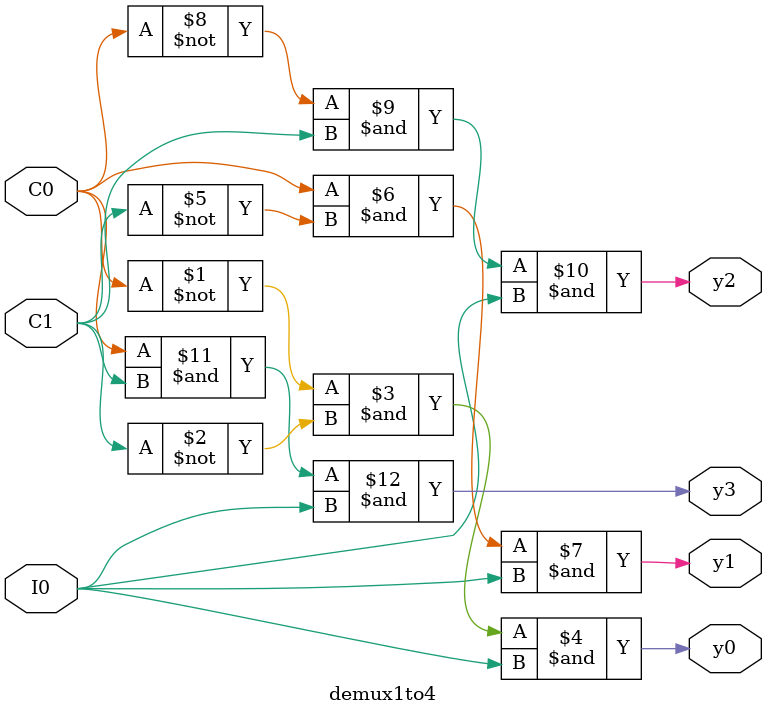
<source format=v>
`timescale 1ns / 1ps


module demux1to4(
        input I0,
        input C0,
        input C1,
        output y0,
        output y1,
        output y2,
        output y3
    );
    
    assign #3 y0 = (~C0) & (~C1) & I0;
    assign #3 y1 = (C0) & (~C1) & I0;
    assign #3 y2 = (~C0) & (C1) & I0;
    assign #3 y3 = (C0) & (C1) & I0;
    
endmodule


</source>
